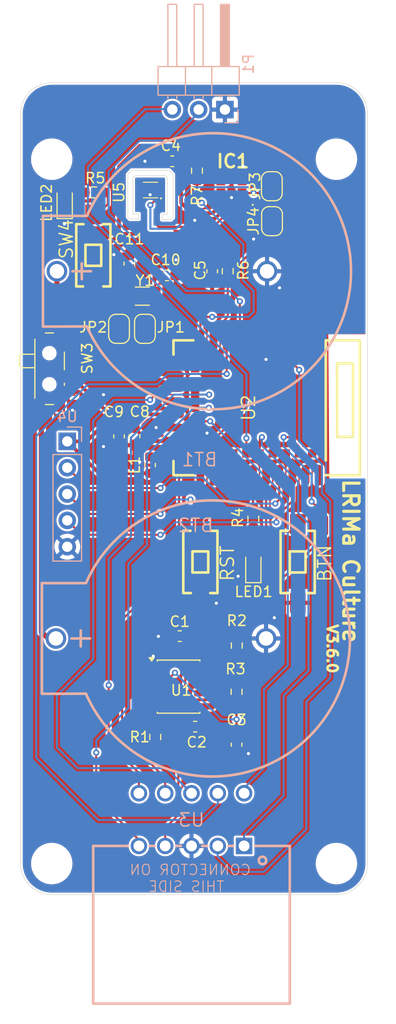
<source format=kicad_pcb>
(kicad_pcb (version 20241229) (generator "pcbnew") (generator_version "9.0")
  (title_block (title "LRIMa Main") (rev "3.6") (comment 1 "Nils Lahaye, Adrien Lesage"))
  (layers (0 "F.Cu" signal) (2 "B.Cu" signal) (13 "F.Paste" user) (15 "B.Paste" user) (5 "F.SilkS" user "F.Silkscreen") (7 "B.SilkS" user "B.Silkscreen") (1 "F.Mask" user) (3 "B.Mask" user) (25 "Edge.Cuts" user))
  (property "3D MODEL" "")
  (property "3D MODEL TITLE" "")
  (property "3D MODEL TRANSFORM" "")
  (property "@BOARD NAME" "SICRO-Main_v3_1")
  (property "@CREATE DATE" "2024-05-07")
  (property "@CREATE TIME" "09:53:17")
  (property "@PAGE COUNT" "1")
  (property "@PAGE NAME" "Main-board")
  (property "@PAGE NO" "1")
  (property "@PROJECT NAME" "LRIMa Agriculture Lite_2023-04-19_21-05-17")
  (property "@SCHEMATIC NAME" "SICRO-Main_v3_1")
  (property "@UPDATE DATE" "2024-11-09")
  (property "@UPDATE TIME" "14:48:57")
  (property "COMPANY" "")
  (property "DESCRIPTION" "")
  (property "DESIGNATOR" "")
  (property "DEVICE" "Sheet-Symbol_A4")
  (property "DRAWED" "Nils Lahaye")
  (property "NAME" "")
  (property "PAGE SIZE" "")
  (property "PART NUMBER" "")
  (property "REVIEWED" "")
  (property "SYMBOL" "Sheet-Symbol_A4")
  (property "VERSION" "V1.0.0")
  (net 0 "")
  (net 1 "GND")
  (net 2 "+3V_S")
  (net 3 "+3V")
  (net 4 "/GND_HUM_ENABLE")
  (net 5 "Net-(LED1-A)")
  (net 6 "Net-(LED2-A)")
  (net 7 "/PT19_ENABLE")
  (net 8 "/AOUT_ALS_PT19")
  (net 9 "/SCL_SHT40")
  (net 10 "/SDA_SHT40")
  (net 11 "/IN_CLOCK_GND_HUM")
  (net 12 "/LED1")
  (net 13 "Net-(U1-CONT)")
  (net 14 "/NRF_RST")
  (net 15 "/BTN1")
  (net 16 "Net-(U1-THRES)")
  (net 17 "/AOUT_GND_TEMP")
  (net 18 "Net-(U1-OUT)")
  (net 19 "Net-(U1-DISCH)")
  (net 20 "/AOUT_GND_HUM")
  (net 21 "/AUX1_ENABLE")
  (net 22 "/AUX2_ENABLE")
  (net 23 "Net-(R5-Pad1)")
  (net 24 "/BOT_RESI")
  (net 26 "Net-(JP1-B)")
  (net 27 "/AOUT_AUX1")
  (net 28 "/SWDIO")
  (net 31 "/GND_TEMP_ENABLE")
  (net 34 "/AOUT_AUX2")
  (net 36 "/SWCLK")
  (net 38 "Net-(IC1-SDA_C)")
  (net 39 "Net-(IC1-SCL_C)")
  (net 46 "Net-(JP2-B)")
  (net 51 "Net-(U2-DCH)")
  (net 52 "Net-(JP1-A)")
  (net 53 "Net-(JP2-A)")
  (footprint "Capacitor_SMD:C_0603_1608Metric_Pad1.08x0.95mm_HandSolder" (layer "F.Cu") (at 140.5 74.3625 90)
    (property "Reference" "C11")
    (property "Value" "12p")
  )
  (footprint "Jumper:SolderJumper-2_P1.3mm_Bridged_RoundedPad1.0x1.5mm" (layer "F.Cu") (at 139.5 80.65 90)
    (property "Reference" "JP2")
    (property "Value" "~")
  )
  (footprint "Capacitor_SMD:C_0603_1608Metric_Pad1.08x0.95mm_HandSolder" (layer "F.Cu") (at 144.1375 75.5)
    (property "Reference" "C10")
    (property "Value" "12p")
  )
  (footprint "Resistor_SMD:R_0603_1608Metric_Pad0.98x0.95mm_HandSolder" (layer "F.Cu") (at 150.853169 115.644229 90)
    (property "Reference" "R3")
    (property "Value" "1.6kΩ")
  )
  (footprint "Jumper:SolderJumper-2_P1.3mm_Open_RoundedPad1.0x1.5mm" (layer "F.Cu") (at 154.277694 70.275053 90)
    (property "Reference" "JP4")
    (property "Value" "~")
  )
  (footprint "Jumper:SolderJumper-2_P1.3mm_Bridged_RoundedPad1.0x1.5mm" (layer "F.Cu") (at 142 80.65 90)
    (property "Reference" "JP1")
    (property "Value" "~")
  )
  (footprint "Resistor_SMD:R_0603_1608Metric_Pad0.98x0.95mm_HandSolder" (layer "F.Cu") (at 150 75.1 -90)
    (property "Reference" "R6")
    (property "Value" "10k")
  )
  (footprint "Package_SO:SOIC-8_3.9x4.9mm_P1.27mm" (layer "F.Cu") (at 145.253169 115.144229)
    (property "Reference" "U1")
    (property "Value" "TLC555CD")
  )
  (footprint "Capacitor_SMD:C_0603_1608Metric_Pad1.08x0.95mm_HandSolder" (layer "F.Cu") (at 150.853169 120.744229 -90)
    (property "Reference" "C3")
    (property "Value" "470pF")
  )
  (footprint "Resistor_SMD:R_0603_1608Metric_Pad0.98x0.95mm_HandSolder" (layer "F.Cu") (at 150.875 111.1875 90)
    (property "Reference" "R2")
    (property "Value" "330Ω")
  )
  (footprint "Resistor_SMD:R_0603_1608Metric_Pad0.98x0.95mm_HandSolder" (layer "F.Cu") (at 152.473388 98.961434 -90)
    (property "Reference" "R4")
    (property "Value" "470Ω")
  )
  (footprint "PCBLIB_SMD-43_L18.0-W13.0-P1.27-E73-2G4M08S1E_2026-01-13:SMD-43_L18.0-W13.0-P1.27-E73-2G4M08S1E" (layer "F.Cu") (at 151.773388 88.261434 90)
    (property "Reference" "U2")
    (property "Value" "NRF_RST")
  )
  (footprint "Resistor_SMD:R_0603_1608Metric_Pad0.98x0.95mm_HandSolder" (layer "F.Cu") (at 147.031121 65.4125 -90)
    (property "Reference" "R7")
    (property "Value" "10k")
  )
  (footprint "Capacitor_SMD:C_0603_1608Metric_Pad1.08x0.95mm_HandSolder" (layer "F.Cu") (at 141 91 -90)
    (property "Reference" "C8")
    (property "Value" "100n")
  )
  (footprint "Button_Switch_SMD:SW-SMD_L6.0-W3.3-LS8.0" (layer "F.Cu") (at 147.373388 103.261434 -90)
    (property "Reference" "RST")
    (property "Value" "TS-1101-C-W" (hide yes))
  )
  (footprint "Capacitor_SMD:C_0603_1608Metric_Pad1.08x0.95mm_HandSolder" (layer "F.Cu") (at 146.853169 119 180)
    (property "Reference" "C2")
    (property "Value" "10nF")
  )
  (footprint "Capacitor_SMD:C_0603_1608Metric_Pad1.08x0.95mm_HandSolder" (layer "F.Cu") (at 145.3625 110.275 180)
    (property "Reference" "C1")
    (property "Value" "100nF")
  )
  (footprint "Resistor_SMD:R_0603_1608Metric_Pad0.98x0.95mm_HandSolder" (layer "F.Cu") (at 143 120 90)
    (property "Reference" "R1")
    (property "Value" "10kΩ")
  )
  (footprint "FootprintsLRIma:SHT4X" (layer "F.Cu") (at 142.550002 67.272883 180)
    (property "Reference" "U5")
    (property "Value" "SHT4x")
  )
  (footprint "MountingHole:MountingHole_2.2mm_M2" (layer "F.Cu") (at 160.5 132.2)
    (property "Reference" "H4" (hide yes))
    (property "Value" "MountingHole" (hide yes))
  )
  (footprint "Resistor_SMD:R_0603_1608Metric_Pad0.98x0.95mm_HandSolder" (layer "F.Cu") (at 137.075 67.5 180)
    (property "Reference" "R5")
    (property "Value" "470Ω")
  )
  (footprint "Capacitor_SMD:C_0603_1608Metric_Pad1.08x0.95mm_HandSolder" (layer "F.Cu") (at 144.6375 64.5 180)
    (property "Reference" "C4")
    (property "Value" "100n")
  )
  (footprint "LED_SMD:LED_0603_1608Metric_Pad1.05x0.95mm_HandSolder" (layer "F.Cu") (at 134.25 68.3625 90)
    (property "Reference" "LED2")
    (property "Value" "NCD0603R1")
  )
  (footprint "Button_Switch_SMD:SW-SMD_L6.0-W3.3-LS8.0" (layer "F.Cu") (at 156.773388 103.261434 -90)
    (property "Reference" "BTN")
    (property "Value" "TS-1101-C-W" (hide yes))
  )
  (footprint "MountingHole:MountingHole_2.2mm_M2" (layer "F.Cu") (at 160.5 64.3)
    (property "Reference" "H1" (hide yes))
    (property "Value" "MountingHole" (hide yes))
  )
  (footprint "MountingHole:MountingHole_2.2mm_M2" (layer "F.Cu") (at 133 132.2)
    (property "Reference" "H3" (hide yes))
    (property "Value" "MountingHole" (hide yes))
  )
  (footprint "Button_Switch_SMD:SW-SMD_L6.0-W3.3-LS8.0" (layer "F.Cu") (at 137 73.4249 90)
    (property "Reference" "SW4")
    (property "Value" "TS-1101-C-W" (hide yes))
  )
  (footprint "MountingHole:MountingHole_2.2mm_M2" (layer "F.Cu") (at 133 64.3)
    (property "Reference" "H2" (hide yes))
    (property "Value" "MountingHole" (hide yes))
  )
  (footprint "LED_SMD:LED_0603_1608Metric_Pad1.05x0.95mm_HandSolder" (layer "F.Cu") (at 152.473388 103.461434 90)
    (property "Reference" "LED1")
    (property "Value" "NCD0603R1")
  )
  (footprint "Capacitor_SMD:C_0603_1608Metric_Pad1.08x0.95mm_HandSolder" (layer "F.Cu") (at 148.5 75.1 -90)
    (property "Reference" "C5")
    (property "Value" "100n")
  )
  (footprint "Button_Switch_SMD:SW_SPDT_PCM12" (layer "F.Cu") (at 133.1 84.5 -90)
    (property "Reference" "SW3")
    (property "Value" "MSK12C02")
  )
  (footprint "Crystal:Crystal_SMD_3215-2Pin_3.2x1.5mm" (layer "F.Cu") (at 141.75 77.5)
    (property "Reference" "Y1")
    (property "Value" "32.768kHz")
  )
  (footprint "Package_LGA:STCC4DR3" (layer "F.Cu") (at 150.364221 67.550822 180)
    (property "Reference" "IC1")
    (property "Value" "STCC4-D-R3" (hide yes))
  )
  (footprint "Capacitor_SMD:C_0603_1608Metric_Pad1.08x0.95mm_HandSolder" (layer "F.Cu") (at 139.5 91.018683 -90)
    (property "Reference" "C9")
    (property "Value" "10u")
  )
  (footprint "Jumper:SolderJumper-2_P1.3mm_Open_RoundedPad1.0x1.5mm" (layer "F.Cu") (at 154.260193 66.906224 -90)
    (property "Reference" "JP3")
    (property "Value" "~")
  )
  (footprint "Inductor_SMD:L_0603_1608Metric" (layer "F.Cu") (at 142.5 93.7875 90)
    (property "Reference" "L1")
    (property "Value" "10uH")
  )
  (footprint "PCBLIB_BAT-TH_BS-24-A1AJ013_2026-01-08:BAT-TH_BS-24-A1AJ013" (layer "B.Cu") (at 143.55 110.5 180)
    (property "Reference" "BT2")
    (property "Value" "BS-24-A1AJ008")
  )
  (footprint "Connector_PinHeader_2.54mm:PinHeader_1x05_P2.54mm_Vertical" (layer "B.Cu") (at 134.5 91.5 180)
    (property "Reference" "U4")
    (property "Value" "5-146277-5")
  )
  (footprint "Connector_PinHeader_2.54mm:PinHeader_1x03_P2.54mm_Horizontal" (layer "B.Cu") (at 149.729065 59.517695 90)
    (property "Reference" "P1")
    (property "Value" "2.54-1*3P母")
  )
  (footprint "Connector_PCBEdge:CONN-TH_10P-P2.54_WINGTAT_ER10BGFBK" (layer "B.Cu") (at 146.5 127.96 180)
    (property "Reference" "U3")
    (property "Value" "ER10BGFBK")
  )
  (footprint "PCBLIB_BAT-TH_BS-24-A1AJ013_2026-01-08:BAT-TH_BS-24-A1AJ013" (layer "B.Cu") (at 143.65 75.1 180)
    (property "Reference" "BT1")
    (property "Value" "BS-24-A1AJ008")
  )
  (gr_line (start 144.150002 69.622883) (end 143.650002 69.622883) (stroke (width 0.05)) (layer "Edge.Cuts"))
  (gr_line (start 140.550002 70.072883) (end 141.400002 70.072883) (stroke (width 0.05)) (layer "Edge.Cuts"))
  (gr_line (start 133.5 135.2) (end 133 135.2) (stroke (width 0.05)) (layer "Edge.Cuts"))
  (gr_line (start 163.5 132.2) (end 163.5 59.925) (stroke (width 0.05)) (layer "Edge.Cuts"))
  (gr_line (start 140.850002 66.072883) (end 141.050002 65.872883) (stroke (width 0.05)) (layer "Edge.Cuts"))
  (gr_line (start 143.650002 69.622883) (end 143.650002 70.122883) (stroke (width 0.05)) (layer "Edge.Cuts"))
  (gr_line (start 144.725002 69.922883) (end 144.725002 65.772883) (stroke (width 0.05)) (layer "Edge.Cuts"))
  (gr_line (start 133.5 135.2) (end 160.5 135.2) (stroke (width 0.05)) (layer "Edge.Cuts"))
  (gr_line (start 144.350002 65.372883) (end 144.725002 65.772883) (stroke (width 0.05)) (layer "Edge.Cuts"))
  (gr_line (start 160.497647 56.921716) (end 133.397647 56.921716) (stroke (width 0.05)) (layer "Edge.Cuts"))
  (gr_line (start 130 59.925) (end 130 132.2) (stroke (width 0.05)) (layer "Edge.Cuts"))
  (gr_line (start 140.350002 69.872883) (end 140.550002 70.072883) (stroke (width 0.05)) (layer "Edge.Cuts"))
  (gr_line (start 140.716668 65.372883) (end 144.350002 65.372883) (stroke (width 0.05)) (layer "Edge.Cuts"))
  (gr_line (start 140.350002 69.872883) (end 140.350002 65.772883) (stroke (width 0.05)) (layer "Edge.Cuts"))
  (gr_line (start 140.350002 65.772883) (end 140.716668 65.372883) (stroke (width 0.05)) (layer "Edge.Cuts"))
  (gr_line (start 140.850002 66.072883) (end 140.850002 69.572883) (stroke (width 0.05)) (layer "Edge.Cuts"))
  (gr_line (start 141.050002 65.872883) (end 143.950002 65.872883) (stroke (width 0.05)) (layer "Edge.Cuts"))
  (gr_line (start 144.525002 70.122883) (end 143.650002 70.122883) (stroke (width 0.05)) (layer "Edge.Cuts"))
  (gr_arc (start 133 135.2) (mid 130.87868 134.32132) (end 130 132.2) (stroke (width 0.05)) (layer "Edge.Cuts"))
  (gr_line (start 144.150002 66.072883) (end 144.150002 69.622883) (stroke (width 0.05)) (layer "Edge.Cuts"))
  (gr_line (start 141.400002 69.572883) (end 141.400002 70.072883) (stroke (width 0.05)) (layer "Edge.Cuts"))
  (gr_line (start 144.150002 66.072883) (end 143.950002 65.872883) (stroke (width 0.05)) (layer "Edge.Cuts"))
  (gr_arc (start 163.5 132.2) (mid 162.62132 134.32132) (end 160.5 135.2) (stroke (width 0.05)) (layer "Edge.Cuts"))
  (gr_line (start 132.997647 56.921716) (end 133.397647 56.921716) (stroke (width 0.05)) (layer "Edge.Cuts"))
  (gr_arc (start 160.497647 56.919363) (mid 162.620631 57.798732) (end 163.5 59.921716) (stroke (width 0.05)) (layer "Edge.Cuts"))
  (gr_arc (start 130 59.918819) (mid 130.876543 57.802656) (end 132.992706 56.926113) (stroke (width 0.05)) (layer "Edge.Cuts"))
  (gr_line (start 144.525002 70.122883) (end 144.725002 69.922883) (stroke (width 0.05)) (layer "Edge.Cuts"))
  (gr_line (start 140.850002 69.572883) (end 141.400002 69.572883) (stroke (width 0.05)) (layer "Edge.Cuts"))
  (gr_text "V3.6.0" (at 159.5 109 270) (layer "F.SilkS") (effects (font (size 1 1) (thickness 0.25) (bold yes)) (justify left bottom)))
  (gr_text "LRIMa Culture" (at 161 94.975 270) (layer "F.SilkS") (effects (font (size 1.5 1.5) (thickness 0.3) (bold yes)) (justify left bottom)))
  (gr_text "CONNECTOR ON \nTHIS SIDE" (at 146 135 0) (layer "B.SilkS") (effects (font (size 1 1) (thickness 0.1)) (justify bottom mirror)))
  (segment (start 150.815669 121.644229) (end 150.853169 121.606729) (width 0.2) (layer "F.Cu") (net 1))
  (segment (start 143.078488 90.166534) (end 143.073388 90.161434) (width 0.2) (layer "F.Cu") (net 1))
  (segment (start 144.758388 90.166534) (end 143.078488 90.166534) (width 0.2) (layer "F.Cu") (net 1))
  (segment (start 150.5 65.890043) (end 150.364221 66.025822) (width 0.2) (layer "F.Cu") (net 1))
  (via (at 143.3 110.3) (size 0.6) (drill 0.3) (layers "F.Cu" "B.Cu") (net 1))
  (via (at 152.5 72) (size 0.6) (drill 0.3) (layers "F.Cu" "B.Cu") (net 1))
  (via (at 151 104.5) (size 0.6) (drill 0.3) (layers "F.Cu" "B.Cu") (net 1))
  (via (at 138 87) (size 0.6) (drill 0.3) (layers "F.Cu" "B.Cu") (net 1))
  (via (at 150.364949 68) (size 0.6) (drill 0.3) (layers "F.Cu" "B.Cu") (net 1))
  (via (at 143.078488 90.166534) (size 0.6) (drill 0.3) (layers "F.Cu" "B.Cu") (net 1))
  (via (at 134.229981 70.550024) (size 0.6) (drill 0.3) (layers "F.Cu" "B.Cu") (net 1))
  (via (at 142.5 67.720808) (size 0.6) (drill 0.3) (layers "F.Cu" "B.Cu") (net 1))
  (via (at 145 74) (size 0.6) (drill 0.3) (layers "F.Cu" "B.Cu") (net 1))
  (via (at 154.5 108.5) (size 0.6) (drill 0.3) (layers "F.Cu" "B.Cu") (net 1))
  (via (at 155 76.7) (size 0.6) (drill 0.3) (layers "F.Cu" "B.Cu") (net 1))
  (via (at 135 88.5) (size 0.6) (drill 0.3) (layers "F.Cu" "B.Cu") (net 1))
  (via (at 152 121.6) (size 0.6) (drill 0.3) (layers "F.Cu" "B.Cu") (net 1))
  (via (at 141.5 93.5) (size 0.6) (drill 0.3) (layers "F.Cu" "B.Cu") (net 1))
  (via (at 146.814307 70.192586) (size 0.6) (drill 0.3) (layers "F.Cu" "B.Cu") (net 1))
  (via (at 142 64.5) (size 0.6) (drill 0.3) (layers "F.Cu" "B.Cu") (net 1))
  (via (at 139 73.5) (size 0.6) (drill 0.3) (layers "F.Cu" "B.Cu") (net 1))
  (via (at 142.8 112.2) (size 0.6) (drill 0.3) (layers "F.Cu" "B.Cu") (net 1))
  (via (at 153.7 83.6) (size 0.6) (drill 0.3) (layers "F.Cu" "B.Cu") (net 1))
  (via (at 138 92) (size 0.6) (drill 0.3) (layers "F.Cu" "B.Cu") (net 1))
  (via (at 148.9 107.1) (size 0.6) (drill 0.3) (layers "F.Cu" "B.Cu") (net 1))
  (via (at 151.5 65) (size 0.6) (drill 0.3) (layers "F.Cu" "B.Cu") (net 1))
  (via (at 148 90.7) (size 0.6) (drill 0.3) (layers "F.Cu" "B.Cu") (net 1))
  (segment (start 131.5 86.074917) (end 131.5 82.925083) (width 0.5) (layer "F.Cu") (net 2))
  (segment (start 134.329 82.049) (end 134.53 82.25) (width 0.5) (layer "F.Cu") (net 2))
  (segment (start 132.775 110.621) (end 132 109.846) (width 0.5) (layer "F.Cu") (net 2))
  (segment (start 133.5 77.3) (end 135.1 78.9) (width 0.5) (layer "F.Cu") (net 2))
  (segment (start 135.1 78.9) (end 135.1 81.68) (width 0.5) (layer "F.Cu") (net 2))
  (segment (start 133.521717 75.1) (end 133.2 75.1) (width 0.5) (layer "F.Cu") (net 2))
  (segment (start 132.775 87.349917) (end 131.5 86.074917) (width 0.5) (layer "F.Cu") (net 2))
  (segment (start 132.376083 82.049) (end 134.329 82.049) (width 0.5) (layer "F.Cu") (net 2))
  (segment (start 132.775 89.225) (end 132.775 87.349917) (width 0.5) (layer "F.Cu") (net 2))
  (segment (start 132 109.846) (end 132 90) (width 0.5) (layer "F.Cu") (net 2))
  (segment (start 135.1 81.68) (end 134.53 82.25) (width 0.5) (layer "F.Cu") (net 2))
  (segment (start 132.642 110.5) (end 133.4 110.5) (width 0.5) (layer "F.Cu") (net 2))
  (segment (start 133.5 75.1) (end 133.5 77.3) (width 0.5) (layer "F.Cu") (net 2))
  (segment (start 132 90) (end 132.521 89.479) (width 0.5) (layer "F.Cu") (net 2))
  (segment (start 131.5 82.925083) (end 132.376083 82.049) (width 0.5) (layer "F.Cu") (net 2))
  (segment (start 132.521 89.479) (end 132.775 89.225) (width 0.5) (layer "F.Cu") (net 2))
  (segment (start 139.5 71.5) (end 139.5 65) (width 0.35) (layer "F.Cu") (net 3))
  (segment (start 144.5 71.5) (end 147.2375 74.2375) (width 0.35) (layer "F.Cu") (net 3))
  (segment (start 134.5 91.5) (end 136.38 91.5) (width 0.35) (layer "F.Cu") (net 3))
  (segment (start 140.981317 90.156183) (end 141 90.1375) (width 0.35) (layer "F.Cu") (net 3))
  (segment (start 142.5 94.575) (end 137.575 94.575) (width 0.35) (layer "F.Cu") (net 3))
  (segment (start 148.540043 69.5) (end 149.339221 68.700822) (width 0.35) (layer "F.Cu") (net 3))
  (segment (start 141.677119 66.872883) (end 141.850002 66.872883) (width 0.25) (layer "F.Cu") (net 3))
  (segment (start 145.5 64) (end 145.5 64.5) (width 0.35) (layer "F.Cu") (net 3))
  (segment (start 139.5 90.156183) (end 140.981317 90.156183) (width 0.35) (layer "F.Cu") (net 3))
  (segment (start 137.723817 90.156183) (end 139.5 90.156183) (width 0.35) (layer "F.Cu") (net 3))
  (segment (start 134.53 85.25) (end 137 82.78) (width 0.35) (layer "F.Cu") (net 3))
  (segment (start 134.53 85.25) (end 134.93 85.25) (width 0.35) (layer "F.Cu") (net 3))
  (segment (start 134.93 85.25) (end 139.5 89.82) (width 0.35) (layer "F.Cu") (net 3))
  (segment (start 149.339221 68.700822) (end 149.339221 67.550822) (width 0.35) (layer "F.Cu") (net 3))
  (segment (start 141 90.207446) (end 142.271058 91.478504) (width 0.35) (layer "F.Cu") (net 3))
  (segment (start 146.5 69.5) (end 148.540043 69.5) (width 0.35) (layer "F.Cu") (net 3))
  (segment (start 141.5 63) (end 144.5 63) (width 0.35) (layer "F.Cu") (net 3))
  (segment (start 142.050002 69.372883) (end 141.274002 68.596883) (width 0.25) (layer "F.Cu") (net 3))
  (segment (start 142.271058 91.478504) (end 144.92578 91.478504) (width 0.35) (layer "F.Cu") (net 3))
  (segment (start 136.38 91.5) (end 137.723817 90.156183) (width 0.35) (layer "F.Cu") (net 3))
  (segment (start 141 90.1375) (end 141 90.207446) (width 0.35) (layer "F.Cu") (net 3))
  (segment (start 141 90) (end 142.103566 88.896434) (width 0.35) (layer "F.Cu") (net 3))
  (segment (start 141.274002 68.596883) (end 141.274002 67.276) (width 0.25) (layer "F.Cu") (net 3))
  (segment (start 141 90.1375) (end 141 90) (width 0.35) (layer "F.Cu") (net 3))
  (segment (start 141 71.5) (end 139.5 71.5) (width 0.35) (layer "F.Cu") (net 3))
  (segment (start 139.5 65) (end 141.5 63) (width 0.35) (layer "F.Cu") (net 3))
  (segment (start 149.288399 67.5) (end 149.339221 67.550822) (width 0.2) (layer "F.Cu") (net 3))
  (segment (start 141 71.5) (end 142.050002 70.449998) (width 0.25) (layer "F.Cu") (net 3))
  (segment (start 141.274002 67.276) (end 141.677119 66.872883) (width 0.25) (layer "F.Cu") (net 3))
  (segment (start 137 74) (end 139.5 71.5) (width 0.35) (layer "F.Cu") (net 3))
  (segment (start 149.6 68.95) (end 149.65 69) (width 0.2) (layer "F.Cu") (net 3))
  (segment (start 137 77.225) (end 137 74) (width 0.35) (layer "F.Cu") (net 3))
  (segment (start 142.103566 88.896434) (end 144.758288 88.896434) (width 0.35) (layer "F.Cu") (net 3))
  (segment (start 139.5 89.82) (end 139.5 90.156183) (width 0.35) (layer "F.Cu") (net 3))
  (segment (start 141 71.5) (end 144.5 71.5) (width 0.35) (layer "F.Cu") (net 3))
  (segment (start 145.5 68.5) (end 146.5 69.5) (width 0.35) (layer "F.Cu") (net 3))
  (segment (start 145.5 64.5) (end 147.031121 64.5) (width 0.35) (layer "F.Cu") (net 3))
  (segment (start 137.575 94.575) (end 134.5 91.5) (width 0.35) (layer "F.Cu") (net 3))
  (segment (start 142.050002 70.449998) (end 142.050002 69.372883) (width 0.25) (layer "F.Cu") (net 3))
  (segment (start 137 82.78) (end 137 77.225) (width 0.35) (layer "F.Cu") (net 3))
  (segment (start 149.95 74.2375) (end 150 74.1875) (width 0.35) (layer "F.Cu") (net 3))
  (segment (start 144.5 63) (end 145.5 64) (width 0.35) (layer "F.Cu") (net 3))
  (segment (start 145.5 64.5) (end 145.5 68.5) (width 0.35) (layer "F.Cu") (net 3))
  (segment (start 147.2375 74.2375) (end 149.95 74.2375) (width 0.35) (layer "F.Cu") (net 3))
  (segment (start 147.728169 113.239229) (end 150.692398 110.275) (width 0.2) (layer "F.Cu") (net 4))
  (segment (start 145.9 113.9) (end 145.9 115.4) (width 0.2) (layer "F.Cu") (net 4))
  (segment (start 159.6 100.4) (end 150.875 109.125) (width 0.2) (layer "F.Cu") (net 4))
  (segment (start 155.983188 91.1) (end 156.883188 92) (width 0.2) (layer "F.Cu") (net 4))
  (segment (start 155.4 91.1) (end 155.983188 91.1) (width 0.2) (layer "F.Cu") (net 4))
  (segment (start 146.225 110.275) (end 146.225 111.73606) (width 0.2) (layer "F.Cu") (net 4))
  (segment (start 150.875 109.125) (end 150.875 110.275) (width 0.2) (layer "F.Cu") (net 4))
  (segment (start 144.250771 117.049229) (end 142.778169 117.049229) (width 0.2) (layer "F.Cu") (net 4))
  (segment (start 159.6 98.8) (end 159.6 100.4) (width 0.2) (layer "F.Cu") (net 4))
  (segment (start 145.9 115.4) (end 144.250771 117.049229) (width 0.2) (layer "F.Cu") (net 4))
  (segment (start 146.560771 113.239229) (end 145.9 113.9) (width 0.2) (layer "F.Cu") (net 4))
  (segment (start 158.1 97.3) (end 159.6 98.8) (width 0.2) (layer "F.Cu") (net 4))
  (segment (start 156.883188 92) (end 156.883188 92.661434) (width 0.2) (layer "F.Cu") (net 4))
  (segment (start 147.728169 113.239229) (end 146.560771 113.239229) (width 0.2) (layer "F.Cu") (net 4))
  (segment (start 146.225 111.73606) (end 147.728169 113.239229) (width 0.2) (layer "F.Cu") (net 4))
  (segment (start 150.692398 110.275) (end 150.875 110.275) (width 0.2) (layer "F.Cu") (net 4))
  (via (at 158.1 97.3) (size 0.6) (drill 0.3) (layers "F.Cu" "B.Cu") (net 4))
  (via (at 155.4 91.1) (size 0.6) (drill 0.3) (layers "F.Cu" "B.Cu") (net 4))
  (segment (start 155.4 92) (end 158.1 94.7) (width 0.2) (layer "B.Cu") (net 4))
  (segment (start 155.4 91.1) (end 155.4 92) (width 0.2) (layer "B.Cu") (net 4))
  (segment (start 158.1 94.7) (end 158.1 97.3) (width 0.2) (layer "B.Cu") (net 4))
  (segment (start 152.473388 99.873934) (end 152.473388 102.586434) (width 0.2) (layer "F.Cu") (net 5))
  (segment (start 134.675 67.4875) (end 136.575 67.4875) (width 0.2) (layer "F.Cu") (net 6))
  (segment (start 136.575 67.4875) (end 136.5875 67.5) (width 0.2) (layer "F.Cu") (net 6))
  (segment (start 151.803188 91.2) (end 151.803188 92.661434) (width 0.2) (layer "F.Cu") (net 7))
  (via (at 151.803188 91.2) (size 0.6) (drill 0.3) (layers "F.Cu" "B.Cu") (net 7))
  (segment (start 142.025 59.475) (end 144.735 59.475) (width 0.2) (layer "B.Cu") (net 7))
  (segment (start 151.803188 91.2) (end 151.803188 85.003188) (width 0.2) (layer "B.Cu") (net 7))
  (segment (start 136.5 69.7) (end 136.5 65) (width 0.2) (layer "B.Cu") (net 7))
  (segment (start 136.5 65) (end 142.025 59.475) (width 0.2) (layer "B.Cu") (net 7))
  (segment (start 151.803188 85.003188) (end 136.5 69.7) (width 0.2) (layer "B.Cu") (net 7))
  (segment (start 151.173388 78) (end 151.173388 81.756434) (width 0.2) (layer "F.Cu") (net 8))
  (segment (start 151.173388 81.756434) (end 151.168388 81.761434) (width 0.2) (layer "F.Cu") (net 8))
  (via (at 151.173388 78) (size 0.6) (drill 0.3) (layers "F.Cu" "B.Cu") (net 8))
  (segment (start 147.275 59.725) (end 147.275 59.475) (width 0.2) (layer "B.Cu") (net 8))
  (segment (start 141.5 62.5) (end 144.5 62.5) (width 0.2) (layer "B.Cu") (net 8))
  (segment (start 138.5 69.5) (end 138.5 65.5) (width 0.2) (layer "B.Cu") (net 8))
  (segment (start 144.5 62.5) (end 147.275 59.725) (width 0.2) (layer "B.Cu") (net 8))
  (segment (start 138.5 65.5) (end 141.5 62.5) (width 0.2) (layer "B.Cu") (net 8))
  (segment (start 150.173388 77) (end 146 77) (width 0.2) (layer "B.Cu") (net 8))
  (segment (start 146 77) (end 138.5 69.5) (width 0.2) (layer "B.Cu") (net 8))
  (segment (start 151.173388 78) (end 150.173388 77) (width 0.2) (layer "B.Cu") (net 8))
  (segment (start 150 75.5125) (end 152 73.5125) (width 0.2) (layer "F.Cu") (net 9))
  (segment (start 154.277694 69.625053) (end 152.313452 69.625053) (width 0.2) (layer "F.Cu") (net 9))
  (segment (start 152 73.5) (end 152.5 73) (width 0.2) (layer "F.Cu") (net 9))
  (segment (start 152 73.5125) (end 152 73.5) (width 0.2) (layer "F.Cu") (net 9))
  (segment (start 150 76.0125) (end 150 79.5) (width 0.2) (layer "F.Cu") (net 9))
  (segment (start 154.5 73) (end 156 71.5) (width 0.2) (layer "F.Cu") (net 9))
  (segment (start 150 76.0125) (end 150 75.5125) (width 0.2) (layer "F.Cu") (net 9))
  (segment (start 152.313452 69.625053) (end 151.389221 68.700822) (width 0.2) (layer "F.Cu") (net 9))
  (segment (start 148.6 80.9) (end 148.6 81.733146) (width 0.2) (layer "F.Cu") (net 9))
  (segment (start 152.5 73) (end 154.5 73) (width 0.2) (layer "F.Cu") (net 9))
  (segment (start 150 79.5) (end 148.6 80.9) (width 0.2) (layer "F.Cu") (net 9))
  (segment (start 148.6 81.733146) (end 148.628188 81.761334) (width 0.2) (layer "F.Cu") (net 9))
  (segment (start 156 71.5) (end 156 70.04618) (width 0.2) (layer "F.Cu") (net 9))
  (segment (start 156 70.04618) (end 155.578873 69.625053) (width 0.2) (layer "F.Cu") (net 9))
  (segment (start 155.578873 69.625053) (end 154.277694 69.625053) (width 0.2) (layer "F.Cu") (net 9))
  (segment (start 148 79.5) (end 147.358188 80.141812) (width 0.2) (layer "F.Cu") (net 10))
  (segment (start 147.031121 68.031121) (end 147.031121 66.325) (width 0.2) (layer "F.Cu") (net 10))
  (segment (start 153.5 63.5) (end 150.678442 63.5) (width 0.2) (layer "F.Cu") (net 10))
  (segment (start 147.031121 66.325) (end 149.263399 66.325) (width 0.2) (layer "F.Cu") (net 10))
  (segment (start 147.273388 81.676434) (end 147.358388 81.761434) (width 0.2) (layer "F.Cu") (net 10))
  (segment (start 147.5 68.5) (end 147.031121 68.031121) (width 0.2) (layer "F.Cu") (net 10))
  (segment (start 149.339221 64.839221) (end 149.339221 66.400822) (width 0.2) (layer "F.Cu") (net 10))
  (segment (start 154.260193 64.260193) (end 153.5 63.5) (width 0.2) (layer "F.Cu") (net 10))
  (segment (start 150.678442 63.5) (end 149.339221 64.839221) (width 0.2) (layer "F.Cu") (net 10))
  (segment (start 148.5 79.5) (end 148 79.5) (width 0.2) (layer "F.Cu") (net 10))
  (segment (start 149.240043 66.5) (end 149.339221 66.400822) (width 0.2) (layer "F.Cu") (net 10))
  (segment (start 147.358188 80.141812) (end 147.358188 81.761334) (width 0.2) (layer "F.Cu") (net 10))
  (segment (start 154.260193 66.256224) (end 154.260193 64.260193) (width 0.2) (layer "F.Cu") (net 10))
  (segment (start 149.263399 66.325) (end 149.339221 66.400822) (width 0.2) (layer "F.Cu") (net 10))
  (via (at 147.5 68.5) (size 0.6) (drill 0.3) (layers "F.Cu" "B.Cu") (net 10))
  (via (at 148.5 79.5) (size 0.6) (drill 0.3) (layers "F.Cu" "B.Cu") (net 10))
  (segment (start 152.5 77) (end 151.5 76) (width 0.2) (layer "B.Cu") (net 10))
  (segment (start 152 79.5) (end 152.5 79) (width 0.2) (layer "B.Cu") (net 10))
  (segment (start 151.5 76) (end 151.5 72.5) (width 0.2) (layer "B.Cu") (net 10))
  (segment (start 151.5 72.5) (end 147.5 68.5) (width 0.2) (layer "B.Cu") (net 10))
  (segment (start 152.5 79) (end 152.5 77) (width 0.2) (layer "B.Cu") (net 10))
  (segment (start 148.5 79.5) (end 152 79.5) (width 0.2) (layer "B.Cu") (net 10))
  (segment (start 143.949996 120.9125) (end 143 120.9125) (width 0.2) (layer "F.Cu") (net 11))
  (segment (start 145.23 127.5) (end 145.23 122.192504) (width 0.2) (layer "F.Cu") (net 11))
  (segment (start 145.23 122.192504) (end 143.949996 120.9125) (width 0.2) (layer "F.Cu") (net 11))
  (segment (start 143.96 130.5) (end 143.96 128.77) (width 0.2) (layer "F.Cu") (net 11))
  (segment (start 143.96 128.77) (end 145.23 127.5) (width 0.2) (layer "F.Cu") (net 11))
  (segment (start 152.438388 98.013934) (end 152.473388 98.048934) (width 0.2) (layer "F.Cu") (net 12))
  (segment (start 152.438388 94.761434) (end 152.438388 98.013934) (width 0.2) (layer "F.Cu") (net 12))
  (segment (start 147.728169 117.071831) (end 145.953169 118.846831) (width 0.2) (layer "F.Cu") (net 13))
  (segment (start 147.728169 117.049229) (end 147.728169 117.071831) (width 0.2) (layer "F.Cu") (net 13))
  (segment (start 136.42 98.5) (end 143.5 98.5) (width 0.2) (layer "F.Cu") (net 14))
  (segment (start 147.358388 96.261434) (end 147.358388 99.146334) (width 0.2) (layer "F.Cu") (net 14))
  (segment (start 146.4 97.1) (end 147.373388 98.073388) (width 0.2) (layer "F.Cu") (net 14))
  (segment (start 147.358388 99.146334) (end 147.373388 99.161334) (width 0.2) (layer "F.Cu") (net 14))
  (segment (start 147.358388 95.141612) (end 147.358388 94.761534) (width 0.2) (layer "F.Cu") (net 14))
  (segment (start 147.358388 94.761434) (end 147.358388 96.261434) (width 0.2) (layer "F.Cu") (net 14))
  (segment (start 134.58 96) (end 134.5 95.92) (width 0.2) (layer "F.Cu") (net 14))
  (segment (start 134.5 96.58) (end 136.42 98.5) (width 0.2) (layer "F.Cu") (net 14))
  (segment (start 147.373388 98.073388) (end 147.373388 99.461334) (width 0.2) (layer "F.Cu") (net 14))
  (via (at 143.5 98.5) (size 0.6) (drill 0.3) (layers "F.Cu" "B.Cu") (net 14))
  (via (at 146.4 97.1) (size 0.6) (drill 0.3) (layers "F.Cu" "B.Cu") (net 14))
  (segment (start 143.5 98.5) (end 144.9 97.1) (width 0.2) (layer "B.Cu") (net 14))
  (segment (start 144.9 97.1) (end 146.4 97.1) (width 0.2) (layer "B.Cu") (net 14))
  (segment (start 154.3 100.2) (end 156.034722 100.2) (width 0.2) (layer "F.Cu") (net 15))
  (segment (start 156.034722 100.2) (end 156.773388 99.461334) (width 0.2) (layer "F.Cu") (net 15))
  (segment (start 153.708388 99.608388) (end 154.3 100.2) (width 0.2) (layer "F.Cu") (net 15))
  (segment (start 153.708388 94.761534) (end 153.708388 99.608388) (width 0.2) (layer "F.Cu") (net 15))
  (segment (start 150.853169 118.3) (end 150.853169 118.644229) (width 0.2) (layer "F.Cu") (net 16))
  (segment (start 149.965669 116.556729) (end 150.853169 116.556729) (width 0.2) (layer "F.Cu") (net 16))
  (segment (start 150.853169 118.644229) (end 150.853169 116.556729) (width 0.2) (layer "F.Cu") (net 16))
  (segment (start 144.9 113.8) (end 144.190771 114.509229) (width 0.2) (layer "F.Cu") (net 16))
  (segment (start 147.728169 115.779229) (end 149.188169 115.779229) (width 0.2) (layer "F.Cu") (net 16))
  (segment (start 149.188169 115.779229) (end 149.965669 116.556729) (width 0.2) (layer "F.Cu") (net 16))
  (segment (start 150.853169 119.881729) (end 150.853169 118.644229) (width 0.2) (layer "F.Cu") (net 16))
  (segment (start 144.190771 114.509229) (end 142.778169 114.509229) (width 0.2) (layer "F.Cu") (net 16))
  (via (at 150.853169 118.3) (size 0.6) (drill 0.3) (layers "F.Cu" "B.Cu") (net 16))
  (via (at 144.9 113.8) (size 0.6) (drill 0.3) (layers "F.Cu" "B.Cu") (net 16))
  (segment (start 149.4 118.3) (end 144.9 113.8) (width 0.2) (layer "B.Cu") (net 16))
  (segment (start 150.853169 118.3) (end 149.4 118.3) (width 0.2) (layer "B.Cu") (net 16))
  (segment (start 156.248188 83.948188) (end 156.248188 81.761334) (width 0.2) (layer "F.Cu") (net 17))
  (segment (start 156.9 84.6) (end 156.248188 83.948188) (width 0.2) (layer "F.Cu") (net 17))
  (via (at 156.9 84.6) (size 0.6) (drill 0.3) (layers "F.Cu" "B.Cu") (net 17))
  (segment (start 156.9 91.5) (end 156.9 84.6) (width 0.2) (layer "B.Cu") (net 17))
  (segment (start 159.1 93.7) (end 156.9 91.5) (width 0.2) (layer "B.Cu") (net 17))
  (segment (start 149.03 131.53) (end 150.5 133) (width 0.2) (layer "B.Cu") (net 17))
  (segment (start 159.9 114.300001) (end 159.9 97.3) (width 0.2) (layer "B.Cu") (net 17))
  (segment (start 157.6 128.9) (end 157.6 116.600001) (width 0.2) (layer "B.Cu") (net 17))
  (segment (start 149.03 131.53) (end 149.03 131.03) (width 0.2) (layer "B.Cu") (net 17))
  (segment (start 150.5 133) (end 153.5 133) (width 0.2) (layer "B.Cu") (net 17))
  (segment (start 157.6 116.600001) (end 159.9 114.300001) (width 0.2) (layer "B.Cu") (net 17))
  (segment (start 159.1 96.5) (end 159.1 93.7) (width 0.2) (layer "B.Cu") (net 17))
  (segment (start 153.5 133) (end 157.6 128.9) (width 0.2) (layer "B.Cu") (net 17))
  (segment (start 159.9 97.3) (end 159.1 96.5) (width 0.2) (layer "B.Cu") (net 17))
  (segment (start 140.9 118) (end 141.9875 119.0875) (width 0.2) (layer "F.Cu") (net 18))
  (segment (start 141.9875 119.0875) (end 143 119.0875) (width 0.2) (layer "F.Cu") (net 18))
  (segment (start 140.9 118) (end 140.9 116.5) (width 0.2) (layer "F.Cu") (net 18))
  (segment (start 140.9 116.5) (end 141.620771 115.779229) (width 0.2) (layer "F.Cu") (net 18))
  (segment (start 141.620771 115.779229) (end 142.778169 115.779229) (width 0.2) (layer "F.Cu") (net 18))
  (segment (start 150.853169 112.056729) (end 150.853169 113.944229) (width 0.2) (layer "F.Cu") (net 19))
  (segment (start 147.728169 114.509229) (end 150.630669 114.509229) (width 0.2) (layer "F.Cu") (net 19))
  (segment (start 150.630669 114.509229) (end 150.853169 114.731729) (width 0.2) (layer "F.Cu") (net 19))
  (segment (start 150.853169 113.944229) (end 150.853169 114.731729) (width 0.2) (layer "F.Cu") (net 19))
  (segment (start 137.3 125.8) (end 141.42 129.92) (width 0.2) (layer "F.Cu") (net 20))
  (segment (start 146.853188 88.261434) (end 148.173388 88.261434) (width 0.2) (layer "F.Cu") (net 20))
  (segment (start 137.3 121.5) (end 137.3 125.8) (width 0.2) (layer "F.Cu") (net 20))
  (via (at 148.173388 88.261434) (size 0.6) (drill 0.3) (layers "F.Cu" "B.Cu") (net 20))
  (via (at 137.3 121.5) (size 0.6) (drill 0.3) (layers "F.Cu" "B.Cu") (net 20))
  (segment (start 142.2 92.8) (end 146.738566 88.261434) (width 0.2) (layer "B.Cu") (net 20))
  (segment (start 137.3 121.5) (end 137.3 120.3) (width 0.2) (layer "B.Cu") (net 20))
  (segment (start 146.738566 88.261434) (end 148.173388 88.261434) (width 0.2) (layer "B.Cu") (net 20))
  (segment (start 142.2 101.5) (end 142.2 92.8) (width 0.2) (layer "B.Cu") (net 20))
  (segment (start 140.4 103.3) (end 142.2 101.5) (width 0.2) (layer "B.Cu") (net 20))
  (segment (start 140.4 117.2) (end 140.4 103.3) (width 0.2) (layer "B.Cu") (net 20))
  (segment (start 137.3 120.3) (end 140.4 117.2) (width 0.2) (layer "B.Cu") (net 20))
  (segment (start 138.5 120.54) (end 141.42 123.46) (width 0.2) (layer "F.Cu") (net 21))
  (segment (start 146.853188 86.991434) (end 148.203388 86.991434) (width 0.2) (layer "F.Cu") (net 21))
  (segment (start 141.42 123.46) (end 141.42 125.42) (width 0.2) (layer "F.Cu") (net 21))
  (segment (start 148.203388 86.991434) (end 148.043388 86.991434) (width 0.2) (layer "F.Cu") (net 21))
  (segment (start 138.5 115) (end 138.5 120.54) (width 0.2) (layer "F.Cu") (net 21))
  (via (at 148.203388 86.991434) (size 0.6) (drill 0.3) (layers "F.Cu" "B.Cu") (net 21))
  (via (at 138.5 115) (size 0.6) (drill 0.3) (layers "F.Cu" "B.Cu") (net 21))
  (segment (start 138.5 102.8) (end 140.65 100.65) (width 0.2) (layer "B.Cu") (net 21))
  (segment (start 144.808566 86.991434) (end 148.203388 86.991434) (width 0.2) (layer "B.Cu") (net 21))
  (segment (start 140.65 91.15) (end 144.808566 86.991434) (width 0.2) (layer "B.Cu") (net 21))
  (segment (start 138.5 115) (end 138.5 102.8) (width 0.2) (layer "B.Cu") (net 21))
  (segment (start 140.65 100.65) (end 140.65 91.15) (width 0.2) (layer "B.Cu") (net 21))
  (segment (start 146.883188 89.561434) (end 146.853188 89.531434) (width 0.2) (layer "F.Cu") (net 22))
  (segment (start 148.3 89.561434) (end 146.883188 89.561434) (width 0.2) (layer "F.Cu") (net 22))
  (via (at 148.3 89.561434) (size 0.6) (drill 0.3) (layers "F.Cu" "B.Cu") (net 22))
  (segment (start 153.5 123) (end 153.5 115.4) (width 0.2) (layer "B.Cu") (net 22))
  (segment (start 155.8 97.061434) (end 148.3 89.561434) (width 0.2) (layer "B.Cu") (net 22))
  (segment (start 155.8 113.1) (end 155.8 97.061434) (width 0.2) (layer "B.Cu") (net 22))
  (segment (start 151.58 124.92) (end 153.5 123) (width 0.2) (layer "B.Cu") (net 22))
  (segment (start 153.5 115.4) (end 155.8 113.1) (width 0.2) (layer "B.Cu") (net 22))
  (segment (start 138.4125 68.6373) (end 137.425 69.6248) (width 0.2) (layer "F.Cu") (net 23))
  (segment (start 138.4125 67.5) (end 138.4125 68.6373) (width 0.2) (layer "F.Cu") (net 23))
  (segment (start 142.5 87.5) (end 143.643466 86.356534) (width 0.2) (layer "F.Cu") (net 24))
  (segment (start 144.758188 86.356534) (end 144.758288 86.356434) (width 0.2) (layer "F.Cu") (net 24))
  (segment (start 143.643466 86.356534) (end 144.758188 86.356534) (width 0.2) (layer "F.Cu") (net 24))
  (via (at 142.5 87.5) (size 0.6) (drill 0.3) (layers "F.Cu" "B.Cu") (net 24))
  (segment (start 133.5 121) (end 135.5 123) (width 0.2) (layer "B.Cu") (net 24))
  (segment (start 142.5 87.5) (end 139 87.5) (width 0.2) (layer "B.Cu") (net 24))
  (segment (start 137 89.5) (end 137 112.5) (width 0.2) (layer "B.Cu") (net 24))
  (segment (start 144.08 123) (end 146.5 125.42) (width 0.2) (layer "B.Cu") (net 24))
  (segment (start 133.5 116) (end 133.5 121) (width 0.2) (layer "B.Cu") (net 24))
  (segment (start 139 87.5) (end 137 89.5) (width 0.2) (layer "B.Cu") (net 24))
  (segment (start 135.5 123) (end 144.08 123) (width 0.2) (layer "B.Cu") (net 24))
  (segment (start 137 112.5) (end 133.5 116) (width 0.2) (layer "B.Cu") (net 24))
  (segment (start 143 77.5) (end 143 75.775) (width 0.2) (layer "F.Cu") (net 26))
  (segment (start 142 80) (end 143 79) (width 0.2) (layer "F.Cu") (net 26))
  (segment (start 143 79) (end 143 77.5) (width 0.2) (layer "F.Cu") (net 26))
  (segment (start 143 75.775) (end 143.275 75.5) (width 0.2) (layer "F.Cu") (net 26))
  (segment (start 139.8 119.8) (end 143.96 123.96) (width 0.2) (layer "F.Cu") (net 27))
  (segment (start 148.2 91.8) (end 148.2 92.4) (width 0.2) (layer "F.Cu") (net 27))
  (segment (start 146.7 93.1) (end 145.3 94.5) (width 0.2) (layer "F.Cu") (net 27))
  (segment (start 154.978188 81.761334) (end 154.978188 85.021812) (width 0.2) (layer "F.Cu") (net 27))
  (segment (start 154.978188 81.761334) (end 154.973388 81.766134) (width 0.2) (layer "F.Cu") (net 27))
  (segment (start 145.3 94.5) (end 145.3 103.2) (width 0.2) (layer "F.Cu") (net 27))
  (segment (start 147.5 93.1) (end 146.7 93.1) (width 0.2) (layer "F.Cu") (net 27))
  (segment (start 143.96 123.96) (end 143.96 125.42) (width 0.2) (layer "F.Cu") (net 27))
  (segment (start 145.3 103.2) (end 139.8 108.7) (width 0.2) (layer "F.Cu") (net 27))
  (segment (start 154.978188 85.021812) (end 148.2 91.8) (width 0.2) (layer "F.Cu") (net 27))
  (segment (start 139.8 108.7) (end 139.8 119.8) (width 0.2) (layer "F.Cu") (net 27))
  (segment (start 148.2 92.4) (end 147.5 93.1) (width 0.2) (layer "F.Cu") (net 27))
  (segment (start 154.6 97.5) (end 154.978388 97.121612) (width 0.2) (layer "F.Cu") (net 28))
  (segment (start 154.978388 97.121612) (end 154.978388 94.761534) (width 0.2) (layer "F.Cu") (net 28))
  (segment (start 136.46 96) (end 134.5 94.04) (width 0.2) (layer "F.Cu") (net 28))
  (segment (start 143.5 96) (end 136.46 96) (width 0.2) (layer "F.Cu") (net 28))
  (via (at 154.6 97.5) (size 0.6) (drill 0.3) (layers "F.Cu" "B.Cu") (net 28))
  (via (at 143.5 96) (size 0.6) (drill 0.3) (layers "F.Cu" "B.Cu") (net 28))
  (segment (start 150.1 97.5) (end 154.6 97.5) (width 0.2) (layer "B.Cu") (net 28))
  (segment (start 143.5 96) (end 144.5 95) (width 0.2) (layer "B.Cu") (net 28))
  (segment (start 144.5 95) (end 147.6 95) (width 0.2) (layer "B.Cu") (net 28))
  (segment (start 147.6 95) (end 150.1 97.5) (width 0.2) (layer "B.Cu") (net 28))
  (segment (start 153.1 92.634622) (end 153.073188 92.661434) (width 0.2) (layer "F.Cu") (net 31))
  (segment (start 153.3 91.1) (end 153.1 91.3) (width 0.2) (layer "F.Cu") (net 31))
  (segment (start 153.1 91.3) (end 153.1 92.634622) (width 0.2) (layer "F.Cu") (net 31))
  (via (at 153.3 91.1) (size 0.6) (drill 0.3) (layers "F.Cu" "B.Cu") (net 31))
  (segment (start 155.4 116) (end 155.4 125.66) (width 0.2) (layer "B.Cu") (net 31))
  (segment (start 157.8 99.4) (end 157.8 113.6) (width 0.2) (layer "B.Cu") (net 31))
  (segment (start 157.8 113.6) (end 155.4 116) (width 0.2) (layer "B.Cu") (net 31))
  (segment (start 151.58 129.48) (end 151.58 130.5) (width 0.2) (layer "B.Cu") (net 31))
  (segment (start 156.8 98.4) (end 157.8 99.4) (width 0.2) (layer "B.Cu") (net 31))
  (segment (start 153.3 91.9) (end 156.8 95.4) (width 0.2) (layer "B.Cu") (net 31))
  (segment (start 156.8 95.4) (end 156.8 98.4) (width 0.2) (layer "B.Cu") (net 31))
  (segment (start 153.3 91.1) (end 153.3 91.9) (width 0.2) (layer "B.Cu") (net 31))
  (segment (start 155.4 125.66) (end 151.58 129.48) (width 0.2) (layer "B.Cu") (net 31))
  (segment (start 149.9 85) (end 149.9 81.763146) (width 0.2) (layer "F.Cu") (net 34))
  (segment (start 149.9 81.763146) (end 149.898188 81.761334) (width 0.2) (layer "F.Cu") (net 34))
  (via (at 149.9 85) (size 0.6) (drill 0.3) (layers "F.Cu" "B.Cu") (net 34))
  (segment (start 131.5 122) (end 131.5 91) (width 0.2) (layer "B.Cu") (net 34))
  (segment (start 149.04 126.46) (end 147.5 128) (width 0.2) (layer "B.Cu") (net 34))
  (segment (start 143.2 86) (end 144.2 85) (width 0.2) (layer "B.Cu") (net 34))
  (segment (start 149.04 125.42) (end 149.04 126.46) (width 0.2) (layer "B.Cu") (net 34))
  (segment (start 144.2 85) (end 149.9 85) (width 0.2) (layer "B.Cu") (net 34))
  (segment (start 137.5 128) (end 131.5 122) (width 0.2) (layer "B.Cu") (net 34))
  (segment (start 147.5 128) (end 137.5 128) (width 0.2) (layer "B.Cu") (net 34))
  (segment (start 131.5 91) (end 136.5 86) (width 0.2) (layer "B.Cu") (net 34))
  (segment (start 136.5 86) (end 143.2 86) (width 0.2) (layer "B.Cu") (net 34))
  (segment (start 134.54 98.5) (end 134.5 98.46) (width 0.2) (layer "F.Cu") (net 36))
  (segment (start 156.248388 97.251612) (end 156.248388 94.761434) (width 0.2) (layer "F.Cu") (net 36))
  (segment (start 135.88 100.5) (end 143.5 100.5) (width 0.2) (layer "F.Cu") (net 36))
  (segment (start 134.5 99.12) (end 135.88 100.5) (width 0.2) (layer "F.Cu") (net 36))
  (segment (start 154.7 99.3) (end 154.7 98.8) (width 0.2) (layer "F.Cu") (net 36))
  (segment (start 154.7 98.8) (end 156.248388 97.251612) (width 0.2) (layer "F.Cu") (net 36))
  (via (at 143.5 100.5) (size 0.6) (drill 0.3) (layers "F.Cu" "B.Cu") (net 36))
  (via (at 154.7 99.3) (size 0.6) (drill 0.3) (layers "F.Cu" "B.Cu") (net 36))
  (segment (start 144.9 99.3) (end 154.7 99.3) (width 0.2) (layer "B.Cu") (net 36))
  (segment (start 143.5 100.5) (end 143.7 100.5) (width 0.2) (layer "B.Cu") (net 36))
  (segment (start 143.7 100.5) (end 144.9 99.3) (width 0.2) (layer "B.Cu") (net 36))
  (segment (start 151.394623 67.556224) (end 151.389221 67.550822) (width 0.2) (layer "F.Cu") (net 38))
  (segment (start 142.529194 68.720808) (end 143.250002 68) (width 0.2) (layer "F.Cu") (net 38))
  (segment (start 143.250002 68) (end 143.250002 67.672883) (width 0.2) (layer "F.Cu") (net 38))
  (segment (start 154.260193 67.556224) (end 151.394623 67.556224) (width 0.2) (layer "F.Cu") (net 38))
  (via (at 152.5 67.556224) (size 0.6) (drill 0.3) (layers "F.Cu" "B.Cu") (net 38))
  (via (at 142.529194 68.720808) (size 0.6) (drill 0.3) (layers "F.Cu" "B.Cu") (net 38))
  (segment (start 145.5 68) (end 145.5 70.5) (width 0.2) (layer "B.Cu") (net 38))
  (segment (start 146.5 67) (end 145.5 68) (width 0.2) (layer "B.Cu") (net 38))
  (segment (start 145.5 70.5) (end 145 71) (width 0.2) (layer "B.Cu") (net 38))
  (segment (start 142.529194 71) (end 142.529194 68.720808) (width 0.2) (layer "B.Cu") (net 38))
  (segment (start 145 71) (end 142.529194 71) (width 0.2) (layer "B.Cu") (net 38))
  (segment (start 152.5 67.5) (end 152 67) (width 0.2) (layer "B.Cu") (net 38))
  (segment (start 152.5 67.556224) (end 152.5 67.5) (width 0.2) (layer "B.Cu") (net 38))
  (segment (start 152 67) (end 146.5 67) (width 0.2) (layer "B.Cu") (net 38))
  (segment (start 143 69.250002) (end 143 70.5) (width 0.2) (layer "F.Cu") (net 39))
  (segment (start 152.213452 70.925053) (end 154.277694 70.925053) (width 0.2) (layer "F.Cu") (net 39))
  (segment (start 143.801002 68.449) (end 143 69.250002) (width 0.2) (layer "F.Cu") (net 39))
  (segment (start 143.323699 70.823699) (end 148.616344 70.823699) (width 0.2) (layer "F.Cu") (net 39))
  (segment (start 143.801002 67.192616) (end 143.801002 68.449) (width 0.2) (layer "F.Cu") (net 39))
  (segment (start 148.616344 70.823699) (end 150.364221 69.075822) (width 0.2) (layer "F.Cu") (net 39))
  (segment (start 150.364221 69.075822) (end 152.213452 70.925053) (width 0.2) (layer "F.Cu") (net 39))
  (segment (start 143.250002 66.872883) (end 143.481269 66.872883) (width 0.2) (layer "F.Cu") (net 39))
  (segment (start 143.481269 66.872883) (end 143.801002 67.192616) (width 0.2) (layer "F.Cu") (net 39))
  (segment (start 143.418485 66.872883) (end 143.250002 66.872883) (width 0.2) (layer "F.Cu") (net 39))
  (segment (start 143 70.5) (end 143.323699 70.823699) (width 0.2) (layer "F.Cu") (net 39))
  (segment (start 140.5 79) (end 140.5 77.5) (width 0.2) (layer "F.Cu") (net 46))
  (segment (start 139.5 80) (end 140.5 79) (width 0.2) (layer "F.Cu") (net 46))
  (segment (start 140.5 77.5) (end 140.5 75.225) (width 0.2) (layer "F.Cu") (net 46))
  (segment (start 144.758288 92.706434) (end 143.293566 92.706434) (width 0.2) (layer "F.Cu") (net 51))
  (segment (start 143.293566 92.706434) (end 143 93) (width 0.2) (layer "F.Cu") (net 51))
  (segment (start 143 93) (end 142.5 93) (width 0.2) (layer "F.Cu") (net 51))
  (segment (start 144.516434 83.816434) (end 142 81.3) (width 0.2) (layer "F.Cu") (net 52))
  (segment (start 145 83.574722) (end 144.758288 83.816434) (width 0.2) (layer "F.Cu") (net 52))
  (segment (start 144.758288 83.816434) (end 144.516434 83.816434) (width 0.2) (layer "F.Cu") (net 52))
  (segment (start 139.5 81.3) (end 143.286434 85.086434) (width 0.2) (layer "F.Cu") (net 53))
  (segment (start 143.286434 85.086434) (end 144.758288 85.086434) (width 0.2) (layer "F.Cu") (net 53))
  (zone (net 1) (net_name "GND") (layer "F.Cu") (priority 1) (connect_pads (clearance 0.1)) (min_thickness 0.1) (fill yes (thermal_gap 0.4) (thermal_bridge_width 0.4))
    (polygon (pts (xy 128.1 55.541249) (xy 166.1 55.56612) (xy 166.1 81.175) (xy 159.71285 81.175) (xy 159.8143 95.175) (xy 166.107316 95.175) (xy 166.2 139.2) (xy 128.1 139.1)))
  )
  (zone (net 1) (net_name "GND") (layer "B.Cu") (connect_pads (clearance 0.1)) (min_thickness 0.1) (fill yes (thermal_gap 0.4) (thermal_bridge_width 0.4))
    (polygon (pts (xy 166.095928 81.085005) (xy 159.566832 81.185453) (xy 159.566832 95.078914) (xy 166.174379 95.078914) (xy 166.266832 139.178914) (xy 128.566832 139.078914) (xy 129.347287 55.543358) (xy 165.883904 55.536173)))
  )
)
</source>
